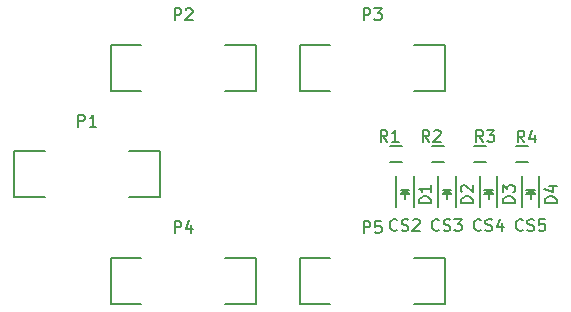
<source format=gto>
G04 #@! TF.FileFunction,Legend,Top*
%FSLAX46Y46*%
G04 Gerber Fmt 4.6, Leading zero omitted, Abs format (unit mm)*
G04 Created by KiCad (PCBNEW 4.0.2-stable) date 10/06/2016 14:43:14*
%MOMM*%
G01*
G04 APERTURE LIST*
%ADD10C,0.100000*%
%ADD11C,0.150000*%
G04 APERTURE END LIST*
D10*
D11*
X33757143Y10292857D02*
X33709524Y10245238D01*
X33566667Y10197619D01*
X33471429Y10197619D01*
X33328571Y10245238D01*
X33233333Y10340476D01*
X33185714Y10435714D01*
X33138095Y10626190D01*
X33138095Y10769048D01*
X33185714Y10959524D01*
X33233333Y11054762D01*
X33328571Y11150000D01*
X33471429Y11197619D01*
X33566667Y11197619D01*
X33709524Y11150000D01*
X33757143Y11102381D01*
X34138095Y10245238D02*
X34280952Y10197619D01*
X34519048Y10197619D01*
X34614286Y10245238D01*
X34661905Y10292857D01*
X34709524Y10388095D01*
X34709524Y10483333D01*
X34661905Y10578571D01*
X34614286Y10626190D01*
X34519048Y10673810D01*
X34328571Y10721429D01*
X34233333Y10769048D01*
X34185714Y10816667D01*
X34138095Y10911905D01*
X34138095Y11007143D01*
X34185714Y11102381D01*
X34233333Y11150000D01*
X34328571Y11197619D01*
X34566667Y11197619D01*
X34709524Y11150000D01*
X35614286Y11197619D02*
X35138095Y11197619D01*
X35090476Y10721429D01*
X35138095Y10769048D01*
X35233333Y10816667D01*
X35471429Y10816667D01*
X35566667Y10769048D01*
X35614286Y10721429D01*
X35661905Y10626190D01*
X35661905Y10388095D01*
X35614286Y10292857D01*
X35566667Y10245238D01*
X35471429Y10197619D01*
X35233333Y10197619D01*
X35138095Y10245238D01*
X35090476Y10292857D01*
X30207143Y10292857D02*
X30159524Y10245238D01*
X30016667Y10197619D01*
X29921429Y10197619D01*
X29778571Y10245238D01*
X29683333Y10340476D01*
X29635714Y10435714D01*
X29588095Y10626190D01*
X29588095Y10769048D01*
X29635714Y10959524D01*
X29683333Y11054762D01*
X29778571Y11150000D01*
X29921429Y11197619D01*
X30016667Y11197619D01*
X30159524Y11150000D01*
X30207143Y11102381D01*
X30588095Y10245238D02*
X30730952Y10197619D01*
X30969048Y10197619D01*
X31064286Y10245238D01*
X31111905Y10292857D01*
X31159524Y10388095D01*
X31159524Y10483333D01*
X31111905Y10578571D01*
X31064286Y10626190D01*
X30969048Y10673810D01*
X30778571Y10721429D01*
X30683333Y10769048D01*
X30635714Y10816667D01*
X30588095Y10911905D01*
X30588095Y11007143D01*
X30635714Y11102381D01*
X30683333Y11150000D01*
X30778571Y11197619D01*
X31016667Y11197619D01*
X31159524Y11150000D01*
X32016667Y10864286D02*
X32016667Y10197619D01*
X31778571Y11245238D02*
X31540476Y10530952D01*
X32159524Y10530952D01*
X26657143Y10292857D02*
X26609524Y10245238D01*
X26466667Y10197619D01*
X26371429Y10197619D01*
X26228571Y10245238D01*
X26133333Y10340476D01*
X26085714Y10435714D01*
X26038095Y10626190D01*
X26038095Y10769048D01*
X26085714Y10959524D01*
X26133333Y11054762D01*
X26228571Y11150000D01*
X26371429Y11197619D01*
X26466667Y11197619D01*
X26609524Y11150000D01*
X26657143Y11102381D01*
X27038095Y10245238D02*
X27180952Y10197619D01*
X27419048Y10197619D01*
X27514286Y10245238D01*
X27561905Y10292857D01*
X27609524Y10388095D01*
X27609524Y10483333D01*
X27561905Y10578571D01*
X27514286Y10626190D01*
X27419048Y10673810D01*
X27228571Y10721429D01*
X27133333Y10769048D01*
X27085714Y10816667D01*
X27038095Y10911905D01*
X27038095Y11007143D01*
X27085714Y11102381D01*
X27133333Y11150000D01*
X27228571Y11197619D01*
X27466667Y11197619D01*
X27609524Y11150000D01*
X27942857Y11197619D02*
X28561905Y11197619D01*
X28228571Y10816667D01*
X28371429Y10816667D01*
X28466667Y10769048D01*
X28514286Y10721429D01*
X28561905Y10626190D01*
X28561905Y10388095D01*
X28514286Y10292857D01*
X28466667Y10245238D01*
X28371429Y10197619D01*
X28085714Y10197619D01*
X27990476Y10245238D01*
X27942857Y10292857D01*
X23107143Y10292857D02*
X23059524Y10245238D01*
X22916667Y10197619D01*
X22821429Y10197619D01*
X22678571Y10245238D01*
X22583333Y10340476D01*
X22535714Y10435714D01*
X22488095Y10626190D01*
X22488095Y10769048D01*
X22535714Y10959524D01*
X22583333Y11054762D01*
X22678571Y11150000D01*
X22821429Y11197619D01*
X22916667Y11197619D01*
X23059524Y11150000D01*
X23107143Y11102381D01*
X23488095Y10245238D02*
X23630952Y10197619D01*
X23869048Y10197619D01*
X23964286Y10245238D01*
X24011905Y10292857D01*
X24059524Y10388095D01*
X24059524Y10483333D01*
X24011905Y10578571D01*
X23964286Y10626190D01*
X23869048Y10673810D01*
X23678571Y10721429D01*
X23583333Y10769048D01*
X23535714Y10816667D01*
X23488095Y10911905D01*
X23488095Y11007143D01*
X23535714Y11102381D01*
X23583333Y11150000D01*
X23678571Y11197619D01*
X23916667Y11197619D01*
X24059524Y11150000D01*
X24440476Y11102381D02*
X24488095Y11150000D01*
X24583333Y11197619D01*
X24821429Y11197619D01*
X24916667Y11150000D01*
X24964286Y11102381D01*
X25011905Y11007143D01*
X25011905Y10911905D01*
X24964286Y10769048D01*
X24392857Y10197619D01*
X25011905Y10197619D01*
X-9290000Y13048180D02*
X-6690000Y13048180D01*
X-9290000Y16948180D02*
X-9290000Y13048180D01*
X-6690000Y16948180D02*
X-9290000Y16948180D01*
X2990000Y13048180D02*
X390000Y13048180D01*
X2990000Y16948180D02*
X2990000Y13048180D01*
X390000Y16948180D02*
X2990000Y16948180D01*
X23000000Y14900000D02*
X23000000Y12200000D01*
X24500000Y14900000D02*
X24500000Y12200000D01*
X23600000Y13400000D02*
X23850000Y13400000D01*
X23850000Y13400000D02*
X23700000Y13550000D01*
X24100000Y13650000D02*
X23400000Y13650000D01*
X23750000Y13300000D02*
X23750000Y12950000D01*
X23750000Y13650000D02*
X24100000Y13300000D01*
X24100000Y13300000D02*
X23400000Y13300000D01*
X23400000Y13300000D02*
X23750000Y13650000D01*
X26550000Y14900000D02*
X26550000Y12200000D01*
X28050000Y14900000D02*
X28050000Y12200000D01*
X27150000Y13400000D02*
X27400000Y13400000D01*
X27400000Y13400000D02*
X27250000Y13550000D01*
X27650000Y13650000D02*
X26950000Y13650000D01*
X27300000Y13300000D02*
X27300000Y12950000D01*
X27300000Y13650000D02*
X27650000Y13300000D01*
X27650000Y13300000D02*
X26950000Y13300000D01*
X26950000Y13300000D02*
X27300000Y13650000D01*
X30100000Y14900000D02*
X30100000Y12200000D01*
X31600000Y14900000D02*
X31600000Y12200000D01*
X30700000Y13400000D02*
X30950000Y13400000D01*
X30950000Y13400000D02*
X30800000Y13550000D01*
X31200000Y13650000D02*
X30500000Y13650000D01*
X30850000Y13300000D02*
X30850000Y12950000D01*
X30850000Y13650000D02*
X31200000Y13300000D01*
X31200000Y13300000D02*
X30500000Y13300000D01*
X30500000Y13300000D02*
X30850000Y13650000D01*
X33650000Y14900000D02*
X33650000Y12200000D01*
X35150000Y14900000D02*
X35150000Y12200000D01*
X34250000Y13400000D02*
X34500000Y13400000D01*
X34500000Y13400000D02*
X34350000Y13550000D01*
X34750000Y13650000D02*
X34050000Y13650000D01*
X34400000Y13300000D02*
X34400000Y12950000D01*
X34400000Y13650000D02*
X34750000Y13300000D01*
X34750000Y13300000D02*
X34050000Y13300000D01*
X34050000Y13300000D02*
X34400000Y13650000D01*
X22500000Y17375000D02*
X23500000Y17375000D01*
X23500000Y16025000D02*
X22500000Y16025000D01*
X26050000Y17375000D02*
X27050000Y17375000D01*
X27050000Y16025000D02*
X26050000Y16025000D01*
X29600000Y17375000D02*
X30600000Y17375000D01*
X30600000Y16025000D02*
X29600000Y16025000D01*
X33150000Y17375000D02*
X34150000Y17375000D01*
X34150000Y16025000D02*
X33150000Y16025000D01*
X14858880Y4048180D02*
X17458880Y4048180D01*
X14858880Y7948180D02*
X14858880Y4048180D01*
X17458880Y7948180D02*
X14858880Y7948180D01*
X27138880Y4048180D02*
X24538880Y4048180D01*
X27138880Y7948180D02*
X27138880Y4048180D01*
X24538880Y7948180D02*
X27138880Y7948180D01*
X-1141120Y4048180D02*
X1458880Y4048180D01*
X-1141120Y7948180D02*
X-1141120Y4048180D01*
X1458880Y7948180D02*
X-1141120Y7948180D01*
X11138880Y4048180D02*
X8538880Y4048180D01*
X11138880Y7948180D02*
X11138880Y4048180D01*
X8538880Y7948180D02*
X11138880Y7948180D01*
X14858880Y22048180D02*
X17458880Y22048180D01*
X14858880Y25948180D02*
X14858880Y22048180D01*
X17458880Y25948180D02*
X14858880Y25948180D01*
X27138880Y22048180D02*
X24538880Y22048180D01*
X27138880Y25948180D02*
X27138880Y22048180D01*
X24538880Y25948180D02*
X27138880Y25948180D01*
X-1141120Y22048180D02*
X1458880Y22048180D01*
X-1141120Y25948180D02*
X-1141120Y22048180D01*
X1458880Y25948180D02*
X-1141120Y25948180D01*
X11138880Y22048180D02*
X8538880Y22048180D01*
X11138880Y25948180D02*
X11138880Y22048180D01*
X8538880Y25948180D02*
X11138880Y25948180D01*
X-3886975Y19047619D02*
X-3886975Y20047619D01*
X-3506022Y20047619D01*
X-3410784Y20000000D01*
X-3363165Y19952381D01*
X-3315546Y19857143D01*
X-3315546Y19714286D01*
X-3363165Y19619048D01*
X-3410784Y19571429D01*
X-3506022Y19523810D01*
X-3886975Y19523810D01*
X-2363165Y19047619D02*
X-2934594Y19047619D01*
X-2648880Y19047619D02*
X-2648880Y20047619D01*
X-2744118Y19904762D01*
X-2839356Y19809524D01*
X-2934594Y19761905D01*
X25952381Y12561905D02*
X24952381Y12561905D01*
X24952381Y12800000D01*
X25000000Y12942858D01*
X25095238Y13038096D01*
X25190476Y13085715D01*
X25380952Y13133334D01*
X25523810Y13133334D01*
X25714286Y13085715D01*
X25809524Y13038096D01*
X25904762Y12942858D01*
X25952381Y12800000D01*
X25952381Y12561905D01*
X25952381Y14085715D02*
X25952381Y13514286D01*
X25952381Y13800000D02*
X24952381Y13800000D01*
X25095238Y13704762D01*
X25190476Y13609524D01*
X25238095Y13514286D01*
X29502381Y12561905D02*
X28502381Y12561905D01*
X28502381Y12800000D01*
X28550000Y12942858D01*
X28645238Y13038096D01*
X28740476Y13085715D01*
X28930952Y13133334D01*
X29073810Y13133334D01*
X29264286Y13085715D01*
X29359524Y13038096D01*
X29454762Y12942858D01*
X29502381Y12800000D01*
X29502381Y12561905D01*
X28597619Y13514286D02*
X28550000Y13561905D01*
X28502381Y13657143D01*
X28502381Y13895239D01*
X28550000Y13990477D01*
X28597619Y14038096D01*
X28692857Y14085715D01*
X28788095Y14085715D01*
X28930952Y14038096D01*
X29502381Y13466667D01*
X29502381Y14085715D01*
X33052381Y12561905D02*
X32052381Y12561905D01*
X32052381Y12800000D01*
X32100000Y12942858D01*
X32195238Y13038096D01*
X32290476Y13085715D01*
X32480952Y13133334D01*
X32623810Y13133334D01*
X32814286Y13085715D01*
X32909524Y13038096D01*
X33004762Y12942858D01*
X33052381Y12800000D01*
X33052381Y12561905D01*
X32052381Y13466667D02*
X32052381Y14085715D01*
X32433333Y13752381D01*
X32433333Y13895239D01*
X32480952Y13990477D01*
X32528571Y14038096D01*
X32623810Y14085715D01*
X32861905Y14085715D01*
X32957143Y14038096D01*
X33004762Y13990477D01*
X33052381Y13895239D01*
X33052381Y13609524D01*
X33004762Y13514286D01*
X32957143Y13466667D01*
X36602381Y12561905D02*
X35602381Y12561905D01*
X35602381Y12800000D01*
X35650000Y12942858D01*
X35745238Y13038096D01*
X35840476Y13085715D01*
X36030952Y13133334D01*
X36173810Y13133334D01*
X36364286Y13085715D01*
X36459524Y13038096D01*
X36554762Y12942858D01*
X36602381Y12800000D01*
X36602381Y12561905D01*
X35935714Y13990477D02*
X36602381Y13990477D01*
X35554762Y13752381D02*
X36269048Y13514286D01*
X36269048Y14133334D01*
X22283334Y17747619D02*
X21950000Y18223810D01*
X21711905Y17747619D02*
X21711905Y18747619D01*
X22092858Y18747619D01*
X22188096Y18700000D01*
X22235715Y18652381D01*
X22283334Y18557143D01*
X22283334Y18414286D01*
X22235715Y18319048D01*
X22188096Y18271429D01*
X22092858Y18223810D01*
X21711905Y18223810D01*
X23235715Y17747619D02*
X22664286Y17747619D01*
X22950000Y17747619D02*
X22950000Y18747619D01*
X22854762Y18604762D01*
X22759524Y18509524D01*
X22664286Y18461905D01*
X25833334Y17747619D02*
X25500000Y18223810D01*
X25261905Y17747619D02*
X25261905Y18747619D01*
X25642858Y18747619D01*
X25738096Y18700000D01*
X25785715Y18652381D01*
X25833334Y18557143D01*
X25833334Y18414286D01*
X25785715Y18319048D01*
X25738096Y18271429D01*
X25642858Y18223810D01*
X25261905Y18223810D01*
X26214286Y18652381D02*
X26261905Y18700000D01*
X26357143Y18747619D01*
X26595239Y18747619D01*
X26690477Y18700000D01*
X26738096Y18652381D01*
X26785715Y18557143D01*
X26785715Y18461905D01*
X26738096Y18319048D01*
X26166667Y17747619D01*
X26785715Y17747619D01*
X30383334Y17747619D02*
X30050000Y18223810D01*
X29811905Y17747619D02*
X29811905Y18747619D01*
X30192858Y18747619D01*
X30288096Y18700000D01*
X30335715Y18652381D01*
X30383334Y18557143D01*
X30383334Y18414286D01*
X30335715Y18319048D01*
X30288096Y18271429D01*
X30192858Y18223810D01*
X29811905Y18223810D01*
X30716667Y18747619D02*
X31335715Y18747619D01*
X31002381Y18366667D01*
X31145239Y18366667D01*
X31240477Y18319048D01*
X31288096Y18271429D01*
X31335715Y18176190D01*
X31335715Y17938095D01*
X31288096Y17842857D01*
X31240477Y17795238D01*
X31145239Y17747619D01*
X30859524Y17747619D01*
X30764286Y17795238D01*
X30716667Y17842857D01*
X33883334Y17697619D02*
X33550000Y18173810D01*
X33311905Y17697619D02*
X33311905Y18697619D01*
X33692858Y18697619D01*
X33788096Y18650000D01*
X33835715Y18602381D01*
X33883334Y18507143D01*
X33883334Y18364286D01*
X33835715Y18269048D01*
X33788096Y18221429D01*
X33692858Y18173810D01*
X33311905Y18173810D01*
X34740477Y18364286D02*
X34740477Y17697619D01*
X34502381Y18745238D02*
X34264286Y18030952D01*
X34883334Y18030952D01*
X20261905Y10047619D02*
X20261905Y11047619D01*
X20642858Y11047619D01*
X20738096Y11000000D01*
X20785715Y10952381D01*
X20833334Y10857143D01*
X20833334Y10714286D01*
X20785715Y10619048D01*
X20738096Y10571429D01*
X20642858Y10523810D01*
X20261905Y10523810D01*
X21738096Y11047619D02*
X21261905Y11047619D01*
X21214286Y10571429D01*
X21261905Y10619048D01*
X21357143Y10666667D01*
X21595239Y10666667D01*
X21690477Y10619048D01*
X21738096Y10571429D01*
X21785715Y10476190D01*
X21785715Y10238095D01*
X21738096Y10142857D01*
X21690477Y10095238D01*
X21595239Y10047619D01*
X21357143Y10047619D01*
X21261905Y10095238D01*
X21214286Y10142857D01*
X4261905Y10047619D02*
X4261905Y11047619D01*
X4642858Y11047619D01*
X4738096Y11000000D01*
X4785715Y10952381D01*
X4833334Y10857143D01*
X4833334Y10714286D01*
X4785715Y10619048D01*
X4738096Y10571429D01*
X4642858Y10523810D01*
X4261905Y10523810D01*
X5690477Y10714286D02*
X5690477Y10047619D01*
X5452381Y11095238D02*
X5214286Y10380952D01*
X5833334Y10380952D01*
X20261905Y28047619D02*
X20261905Y29047619D01*
X20642858Y29047619D01*
X20738096Y29000000D01*
X20785715Y28952381D01*
X20833334Y28857143D01*
X20833334Y28714286D01*
X20785715Y28619048D01*
X20738096Y28571429D01*
X20642858Y28523810D01*
X20261905Y28523810D01*
X21166667Y29047619D02*
X21785715Y29047619D01*
X21452381Y28666667D01*
X21595239Y28666667D01*
X21690477Y28619048D01*
X21738096Y28571429D01*
X21785715Y28476190D01*
X21785715Y28238095D01*
X21738096Y28142857D01*
X21690477Y28095238D01*
X21595239Y28047619D01*
X21309524Y28047619D01*
X21214286Y28095238D01*
X21166667Y28142857D01*
X4261905Y28047619D02*
X4261905Y29047619D01*
X4642858Y29047619D01*
X4738096Y29000000D01*
X4785715Y28952381D01*
X4833334Y28857143D01*
X4833334Y28714286D01*
X4785715Y28619048D01*
X4738096Y28571429D01*
X4642858Y28523810D01*
X4261905Y28523810D01*
X5214286Y28952381D02*
X5261905Y29000000D01*
X5357143Y29047619D01*
X5595239Y29047619D01*
X5690477Y29000000D01*
X5738096Y28952381D01*
X5785715Y28857143D01*
X5785715Y28761905D01*
X5738096Y28619048D01*
X5166667Y28047619D01*
X5785715Y28047619D01*
M02*

</source>
